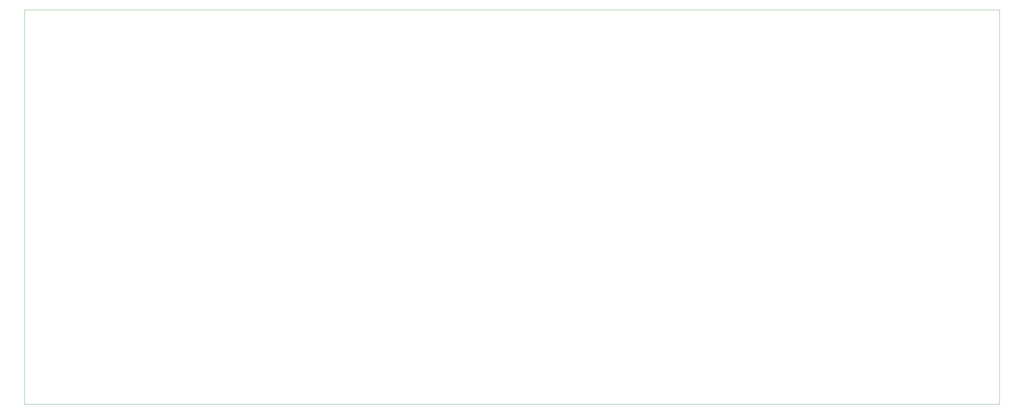
<source format=gbr>
%TF.GenerationSoftware,KiCad,Pcbnew,9.0.0*%
%TF.CreationDate,2025-03-18T21:00:28+01:00*%
%TF.ProjectId,to_ROMRAM_using_SWRegisters,746f5f52-4f4d-4524-914d-5f7573696e67,rev?*%
%TF.SameCoordinates,Original*%
%TF.FileFunction,Profile,NP*%
%FSLAX46Y46*%
G04 Gerber Fmt 4.6, Leading zero omitted, Abs format (unit mm)*
G04 Created by KiCad (PCBNEW 9.0.0) date 2025-03-18 21:00:28*
%MOMM*%
%LPD*%
G01*
G04 APERTURE LIST*
%TA.AperFunction,Profile*%
%ADD10C,0.050000*%
%TD*%
G04 APERTURE END LIST*
D10*
X3500000Y-57000000D02*
X296500000Y-57000000D01*
X296500000Y-175500000D01*
X3500000Y-175500000D01*
X3500000Y-57000000D01*
M02*

</source>
